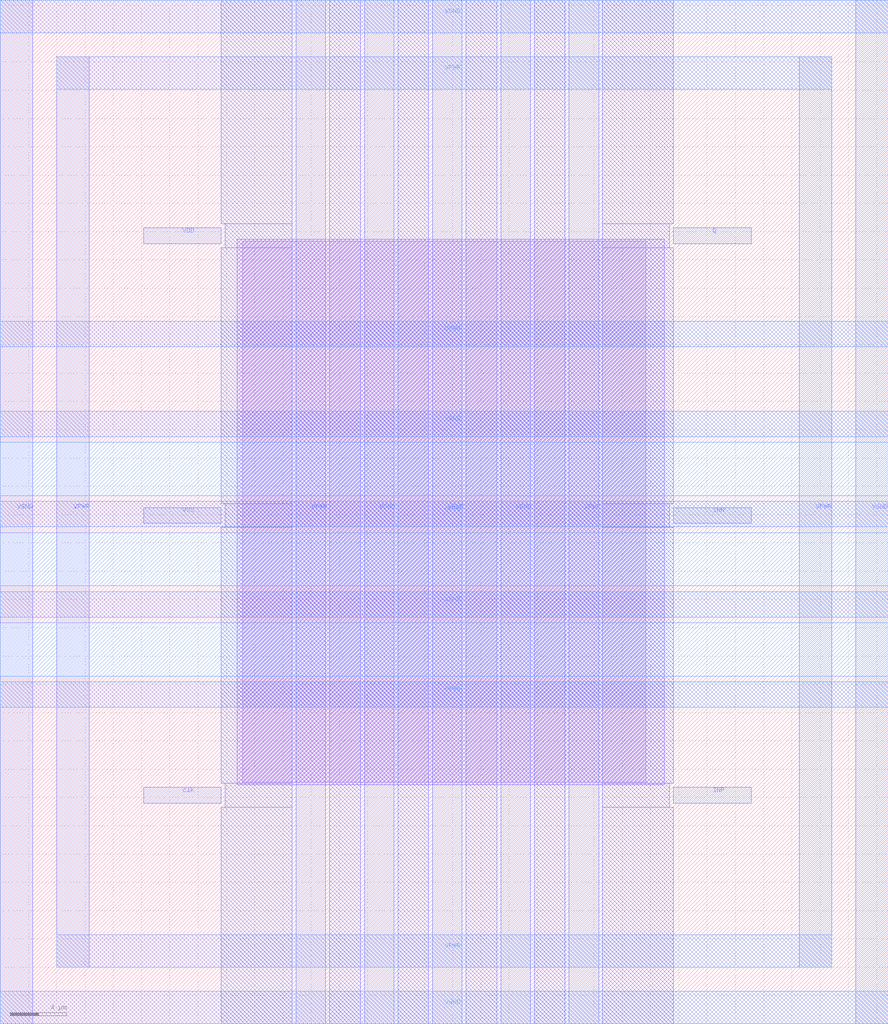
<source format=lef>
VERSION 5.7 ;
  NOWIREEXTENSIONATPIN ON ;
  DIVIDERCHAR "/" ;
  BUSBITCHARS "[]" ;
MACRO ACMP
  CLASS BLOCK ;
  FOREIGN ACMP ;
  ORIGIN 0.000 0.000 ;
  SIZE 62.820 BY 72.380 ;
  PIN INN
    DIRECTION INPUT ;
    USE SIGNAL ;
    PORT
      LAYER met2 ;
        RECT 47.630 35.380 53.130 36.500 ;
    END
  END INN
  PIN INP
    DIRECTION INPUT ;
    USE SIGNAL ;
    PORT
      LAYER met2 ;
        RECT 47.630 15.600 53.130 16.720 ;
    END
  END INP
  PIN Q
    DIRECTION OUTPUT TRISTATE ;
    USE SIGNAL ;
    PORT
      LAYER met2 ;
        RECT 47.630 55.160 53.130 56.280 ;
    END
  END Q
  PIN VDD
    DIRECTION INPUT ;
    USE SIGNAL ;
    PORT
      LAYER met2 ;
        RECT 10.130 55.160 15.630 56.280 ;
    END
  END VDD
  PIN VSS
    DIRECTION INPUT ;
    USE SIGNAL ;
    PORT
      LAYER met2 ;
        RECT 10.130 35.380 15.630 36.500 ;
    END
  END VSS
  PIN clk
    DIRECTION INPUT ;
    USE SIGNAL ;
    PORT
      LAYER met2 ;
        RECT 10.130 15.600 15.630 16.720 ;
    END
  END clk
  PIN VPWR
    DIRECTION INOUT ;
    USE POWER ;
    PORT
      LAYER met2 ;
        RECT 40.235 0.000 42.335 72.380 ;
    END
  END VPWR
  PIN VPWR
    DIRECTION INOUT ;
    USE POWER ;
    PORT
      LAYER met2 ;
        RECT 30.580 0.000 32.680 72.380 ;
    END
  END VPWR
  PIN VPWR
    DIRECTION INOUT ;
    USE POWER ;
    PORT
      LAYER met2 ;
        RECT 20.925 0.000 23.025 72.380 ;
    END
  END VPWR
  PIN VPWR
    DIRECTION INOUT ;
    USE POWER ;
    PORT
      LAYER met2 ;
        RECT 56.520 4.000 58.820 68.380 ;
    END
  END VPWR
  PIN VPWR
    DIRECTION INOUT ;
    USE POWER ;
    PORT
      LAYER met2 ;
        RECT 4.000 4.000 6.300 68.380 ;
    END
  END VPWR
  PIN VPWR
    DIRECTION INOUT ;
    USE POWER ;
    PORT
      LAYER met3 ;
        RECT 4.000 66.080 58.820 68.380 ;
    END
  END VPWR
  PIN VPWR
    DIRECTION INOUT ;
    USE POWER ;
    PORT
      LAYER met3 ;
        RECT 0.000 47.875 62.820 49.675 ;
    END
  END VPWR
  PIN VPWR
    DIRECTION INOUT ;
    USE POWER ;
    PORT
      LAYER met3 ;
        RECT 0.000 35.130 62.820 36.930 ;
    END
  END VPWR
  PIN VPWR
    DIRECTION INOUT ;
    USE POWER ;
    PORT
      LAYER met3 ;
        RECT 0.000 22.385 62.820 24.185 ;
    END
  END VPWR
  PIN VPWR
    DIRECTION INOUT ;
    USE POWER ;
    PORT
      LAYER met3 ;
        RECT 4.000 4.000 58.820 6.300 ;
    END
  END VPWR
  PIN VGND
    DIRECTION INOUT ;
    USE GROUND ;
    PORT
      LAYER met2 ;
        RECT 60.520 0.000 62.820 72.380 ;
    END
  END VGND
  PIN VGND
    DIRECTION INOUT ;
    USE GROUND ;
    PORT
      LAYER met2 ;
        RECT 35.405 0.000 37.505 72.380 ;
    END
  END VGND
  PIN VGND
    DIRECTION INOUT ;
    USE GROUND ;
    PORT
      LAYER met2 ;
        RECT 25.755 0.000 27.855 72.380 ;
    END
  END VGND
  PIN VGND
    DIRECTION INOUT ;
    USE GROUND ;
    PORT
      LAYER met2 ;
        RECT 0.000 0.000 2.300 72.380 ;
    END
  END VGND
  PIN VGND
    DIRECTION INOUT ;
    USE GROUND ;
    PORT
      LAYER met3 ;
        RECT 0.000 70.080 62.820 72.380 ;
    END
  END VGND
  PIN VGND
    DIRECTION INOUT ;
    USE GROUND ;
    PORT
      LAYER met3 ;
        RECT 0.000 41.505 62.820 43.305 ;
    END
  END VGND
  PIN VGND
    DIRECTION INOUT ;
    USE GROUND ;
    PORT
      LAYER met3 ;
        RECT 0.000 28.755 62.820 30.555 ;
    END
  END VGND
  PIN VGND
    DIRECTION INOUT ;
    USE GROUND ;
    PORT
      LAYER met3 ;
        RECT 0.000 0.000 62.820 2.300 ;
    END
  END VGND
  OBS
      LAYER li1 ;
        RECT 17.150 17.065 45.670 55.315 ;
      LAYER met1 ;
        RECT 16.760 16.910 46.980 55.470 ;
      LAYER met2 ;
        RECT 15.630 56.560 20.645 72.380 ;
        RECT 15.910 54.880 20.645 56.560 ;
        RECT 15.630 36.780 20.645 54.880 ;
        RECT 15.910 35.100 20.645 36.780 ;
        RECT 15.630 17.000 20.645 35.100 ;
        RECT 15.910 15.320 20.645 17.000 ;
        RECT 15.630 0.000 20.645 15.320 ;
        RECT 23.305 0.000 25.475 72.380 ;
        RECT 28.135 0.000 30.300 72.380 ;
        RECT 32.960 0.000 35.125 72.380 ;
        RECT 37.785 0.000 39.955 72.380 ;
        RECT 42.615 56.560 47.630 72.380 ;
        RECT 42.615 54.880 47.350 56.560 ;
        RECT 42.615 36.780 47.630 54.880 ;
        RECT 42.615 35.100 47.350 36.780 ;
        RECT 42.615 17.000 47.630 35.100 ;
        RECT 42.615 15.320 47.350 17.000 ;
        RECT 42.615 0.000 47.630 15.320 ;
      LAYER met3 ;
        RECT 0.000 41.500 62.820 41.505 ;
        RECT 0.000 37.330 62.820 41.105 ;
        RECT 0.000 30.955 62.820 34.730 ;
        RECT 0.000 24.585 62.820 28.355 ;
        RECT 0.000 22.380 62.820 22.385 ;
  END
END ACMP
END LIBRARY


</source>
